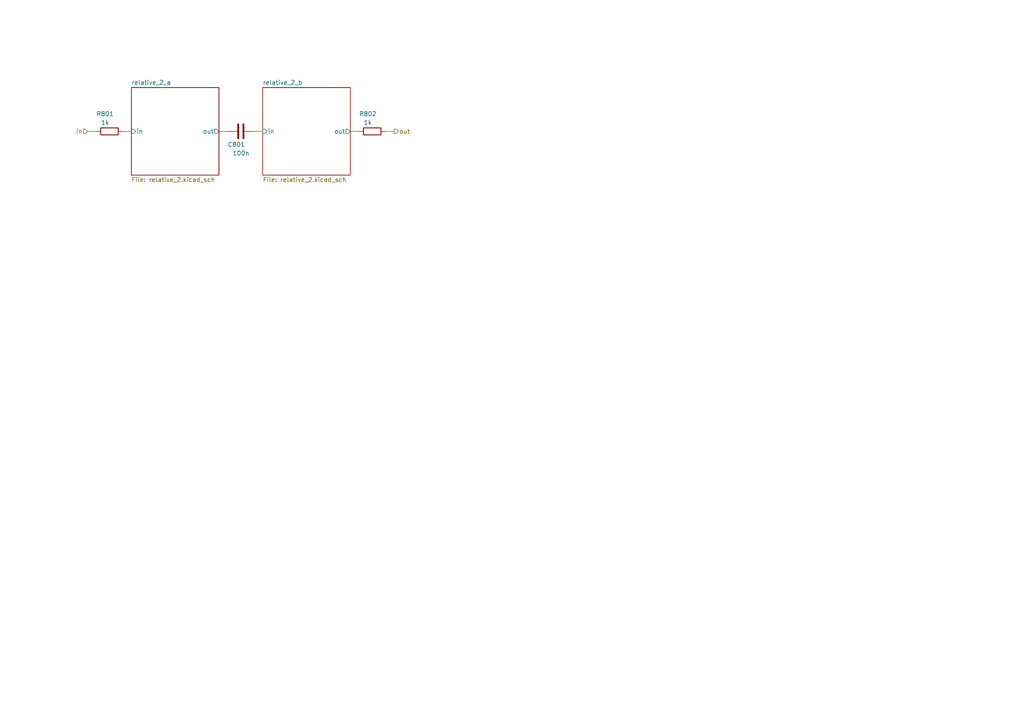
<source format=kicad_sch>
(kicad_sch (version 20230121) (generator eeschema)
  (paper "A4")
  (lib_symbols
    (symbol "Device:C" (pin_numbers hide) (pin_names (offset 0.254))
      (property "Reference" "C" (at 0.635 2.54 0))
      (property "Value" "C" (at 0.635 -2.54 0))
      (symbol "C_0_1"
        (polyline (pts (xy -2.032 -0.762) (xy 2.032 -0.762)) (stroke (width 0.508)))
        (polyline (pts (xy -2.032 0.762) (xy 2.032 0.762)) (stroke (width 0.508)))
      )
      (symbol "C_1_1"
        (pin passive line (at 0 3.81 270) (length 2.794) (name "~") (number "1"))
        (pin passive line (at 0 -3.81 90) (length 2.794) (name "~") (number "2"))
      )
    )
    (symbol "Device:R" (pin_numbers hide) (pin_names (offset 0))
      (property "Reference" "R" (at 2.032 0 90))
      (property "Value" "R" (at 0 0 90))
      (symbol "R_0_1"
        (rectangle (start -1.016 -2.54) (end 1.016 2.54) (stroke (width 0.254)))
      )
      (symbol "R_1_1"
        (pin passive line (at 0 3.81 270) (length 1.27) (name "~") (number "1"))
        (pin passive line (at 0 -3.81 90) (length 1.27) (name "~") (number "2"))
      )
    )
  )
  (wire (pts (xy 101.6 38.1) (xy 104.14 38.1)))
  (wire (pts (xy 73.66 38.1) (xy 76.2 38.1)))
  (wire (pts (xy 111.76 38.1) (xy 114.3 38.1)))
  (wire (pts (xy 25.4 38.1) (xy 27.94 38.1)))
  (wire (pts (xy 63.5 38.1) (xy 66.04 38.1)))
  (wire (pts (xy 35.56 38.1) (xy 38.1 38.1)))
  (hierarchical_label "out" (shape output) (at 114.3 38.1 0))
  (hierarchical_label "in" (shape input) (at 25.4 38.1 180))
  (symbol (lib_id "Device:R") (at 107.95 38.1 270) (unit 1)
    (property "Reference" "R802" (at 106.68 33.02 90))
    (property "Value" "1k" (at 106.68 35.56 90))
    (property "Footprint" "Resistor_SMD:R_1206_3216Metric" (effects hide))
    (instances (project "save_restore_source_project" (path "" (reference "R802") (unit 1)) (path "" (reference "R1102") (unit 1))))
  )
  (symbol (lib_id "Device:R") (at 31.75 38.1 270) (unit 1)
    (property "Reference" "R801" (at 30.48 33.02 90))
    (property "Value" "1k" (at 30.48 35.56 90))
    (property "Footprint" "Resistor_SMD:R_1206_3216Metric" (effects hide))
    (instances (project "save_restore_source_project" (path "" (reference "R801") (unit 1)) (path "" (reference "R1101") (unit 1))))
  )
  (symbol (lib_id "Device:C") (at 69.85 38.1 90) (unit 1)
    (property "Reference" "C801" (at 71.12 41.91 90) (effects (justify left)))
    (property "Value" "100n" (at 72.39 44.45 90) (effects (justify left)))
    (property "Footprint" "Capacitor_SMD:C_1206_3216Metric_Pad1.33x1.80mm_HandSolder" (effects hide))
    (instances (project "save_restore_source_project" (path "" (reference "C801") (unit 1)) (path "" (reference "C1101") (unit 1))))
  )
  (sheet (at 38.1 25.4) (size 25.4 25.4) (stroke (width 0.1524))
    (property "Sheetname" "relative_2_a" (at 38.1 24.6884 0) (effects (justify left bottom)))
    (property "Sheetfile" "relative_2.kicad_sch" (at 38.1 51.3846 0) (effects (justify left top)))
    (pin "out" output (at 63.5 38.1 0))
    (pin "in" input (at 38.1 38.1 180))
  )
  (sheet (at 76.2 25.4) (size 25.4 25.4) (stroke (width 0.1524))
    (property "Sheetname" "relative_2_b" (at 76.2 24.6884 0) (effects (justify left bottom)))
    (property "Sheetfile" "relative_2.kicad_sch" (at 76.2 51.3846 0) (effects (justify left top)))
    (pin "out" output (at 101.6 38.1 0))
    (pin "in" input (at 76.2 38.1 180))
  )
)
</source>
